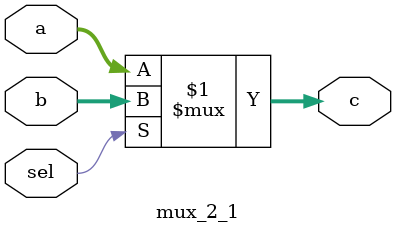
<source format=v>
`timescale 1ns / 1ps
module mux_2_1(
		input[31:0] a,
		input[31:0] b,
		input sel,
		output[31:0] c
    );
assign c = sel?b:a;

endmodule

</source>
